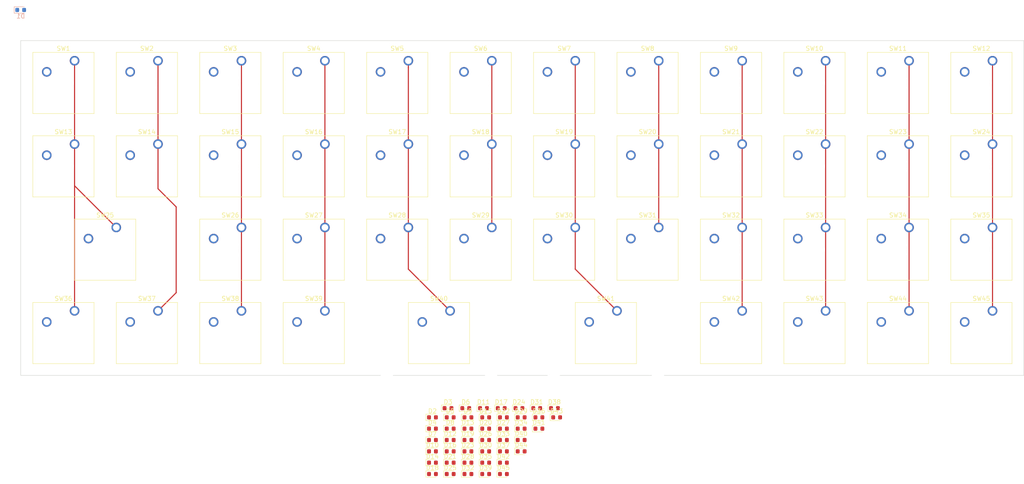
<source format=kicad_pcb>
(kicad_pcb (version 20171130) (host pcbnew "(5.1.5-0-10_14)")
  (layers (0 F.Cu signal) (31 B.Cu signal) (34 B.Paste user) (35 F.Paste user) (36 B.SilkS user) (37 F.SilkS user) (38 B.Mask user) (39 F.Mask user) (44 Edge.Cuts user))
  (net 0 "")
  (net 1 "Net-(D1-Pad2)")
  (net 2 c0)
  (net 3 "Net-(D2-Pad2)")
  (net 4 c1)
  (net 5 "Net-(D3-Pad2)")
  (net 6 c2)
  (net 7 "Net-(D4-Pad2)")
  (net 8 c3)
  (net 9 "Net-(D5-Pad2)")
  (net 10 c4)
  (net 11 "Net-(D6-Pad2)")
  (net 12 c5)
  (net 13 "Net-(D7-Pad2)")
  (net 14 c6)
  (net 15 "Net-(D8-Pad2)")
  (net 16 c7)
  (net 17 "Net-(D9-Pad2)")
  (net 18 c8)
  (net 19 "Net-(D10-Pad2)")
  (net 20 c9)
  (net 21 "Net-(D11-Pad2)")
  (net 22 c10)
  (net 23 "Net-(D12-Pad2)")
  (net 24 c11)
  (net 25 "Net-(D13-Pad2)")
  (net 26 "Net-(D14-Pad2)")
  (net 27 "Net-(D15-Pad2)")
  (net 28 "Net-(D16-Pad2)")
  (net 29 "Net-(D17-Pad2)")
  (net 30 "Net-(D18-Pad2)")
  (net 31 "Net-(D19-Pad2)")
  (net 32 "Net-(D20-Pad2)")
  (net 33 "Net-(D21-Pad2)")
  (net 34 "Net-(D22-Pad2)")
  (net 35 "Net-(D23-Pad2)")
  (net 36 "Net-(D24-Pad2)")
  (net 37 "Net-(D25-Pad2)")
  (net 38 "Net-(D26-Pad2)")
  (net 39 "Net-(D27-Pad2)")
  (net 40 "Net-(D28-Pad2)")
  (net 41 "Net-(D29-Pad2)")
  (net 42 "Net-(D30-Pad2)")
  (net 43 "Net-(D31-Pad2)")
  (net 44 "Net-(D32-Pad2)")
  (net 45 "Net-(D33-Pad2)")
  (net 46 "Net-(D34-Pad2)")
  (net 47 "Net-(D35-Pad2)")
  (net 48 "Net-(D36-Pad2)")
  (net 49 "Net-(D37-Pad2)")
  (net 50 "Net-(D38-Pad2)")
  (net 51 "Net-(D39-Pad2)")
  (net 52 "Net-(D40-Pad2)")
  (net 53 "Net-(D41-Pad2)")
  (net 54 "Net-(D42-Pad2)")
  (net 55 "Net-(D43-Pad2)")
  (net 56 "Net-(D44-Pad2)")
  (net 57 "Net-(D45-Pad2)")
  (net 58 r0)
  (net 59 r1)
  (net 60 r2)
  (net 61 r3)
  (module Diode_SMD:D_0603_1608Metric (layer F.Cu) (at 148.7 148.54)
    (fp_text reference D45 (at 0 -1.43) (layer F.SilkS))
    (fp_text value D_Small_ALT)
    (pad 2 smd roundrect (at 0.7875 0) (size 0.875 0.95) (layers F.Cu F.Paste F.Mask) (net 57 "Net-(D45-Pad2)"))
    (pad 1 smd roundrect (at -0.7875 0) (size 0.875 0.95) (layers F.Cu F.Paste F.Mask) (net 61 r3))
  )
  (module Diode_SMD:D_0603_1608Metric (layer F.Cu) (at 152.75 143.36)
    (fp_text reference D44 (at 0 -1.43) (layer F.SilkS))
    (fp_text value D_Small_ALT)
    (pad 2 smd roundrect (at 0.7875 0) (size 0.875 0.95) (layers F.Cu F.Paste F.Mask) (net 56 "Net-(D44-Pad2)"))
    (pad 1 smd roundrect (at -0.7875 0) (size 0.875 0.95) (layers F.Cu F.Paste F.Mask) (net 61 r3))
  )
  (module Diode_SMD:D_0603_1608Metric (layer F.Cu) (at 160.85 135.59)
    (fp_text reference D43 (at 0 -1.43) (layer F.SilkS))
    (fp_text value D_Small_ALT)
    (pad 2 smd roundrect (at 0.7875 0) (size 0.875 0.95) (layers F.Cu F.Paste F.Mask) (net 55 "Net-(D43-Pad2)"))
    (pad 1 smd roundrect (at -0.7875 0) (size 0.875 0.95) (layers F.Cu F.Paste F.Mask) (net 61 r3))
  )
  (module Diode_SMD:D_0603_1608Metric (layer F.Cu) (at 148.7 145.95)
    (fp_text reference D42 (at 0 -1.43) (layer F.SilkS))
    (fp_text value D_Small_ALT)
    (pad 2 smd roundrect (at 0.7875 0) (size 0.875 0.95) (layers F.Cu F.Paste F.Mask) (net 54 "Net-(D42-Pad2)"))
    (pad 1 smd roundrect (at -0.7875 0) (size 0.875 0.95) (layers F.Cu F.Paste F.Mask) (net 61 r3))
  )
  (module Diode_SMD:D_0603_1608Metric (layer F.Cu) (at 156.8 138.18)
    (fp_text reference D41 (at 0 -1.43) (layer F.SilkS))
    (fp_text value D_Small_ALT)
    (pad 2 smd roundrect (at 0.7875 0) (size 0.875 0.95) (layers F.Cu F.Paste F.Mask) (net 53 "Net-(D41-Pad2)"))
    (pad 1 smd roundrect (at -0.7875 0) (size 0.875 0.95) (layers F.Cu F.Paste F.Mask) (net 61 r3))
  )
  (module Diode_SMD:D_0603_1608Metric (layer F.Cu) (at 152.75 140.77)
    (fp_text reference D40 (at 0 -1.43) (layer F.SilkS))
    (fp_text value D_Small_ALT)
    (pad 2 smd roundrect (at 0.7875 0) (size 0.875 0.95) (layers F.Cu F.Paste F.Mask) (net 52 "Net-(D40-Pad2)"))
    (pad 1 smd roundrect (at -0.7875 0) (size 0.875 0.95) (layers F.Cu F.Paste F.Mask) (net 61 r3))
  )
  (module Diode_SMD:D_0603_1608Metric (layer F.Cu) (at 144.65 148.54)
    (fp_text reference D39 (at 0 -1.43) (layer F.SilkS))
    (fp_text value D_Small_ALT)
    (pad 2 smd roundrect (at 0.7875 0) (size 0.875 0.95) (layers F.Cu F.Paste F.Mask) (net 51 "Net-(D39-Pad2)"))
    (pad 1 smd roundrect (at -0.7875 0) (size 0.875 0.95) (layers F.Cu F.Paste F.Mask) (net 61 r3))
  )
  (module Diode_SMD:D_0603_1608Metric (layer F.Cu) (at 160.35 133.5)
    (fp_text reference D38 (at 0 -1.43) (layer F.SilkS))
    (fp_text value D_Small_ALT)
    (pad 2 smd roundrect (at 0.7875 0) (size 0.875 0.95) (layers F.Cu F.Paste F.Mask) (net 50 "Net-(D38-Pad2)"))
    (pad 1 smd roundrect (at -0.7875 0) (size 0.875 0.95) (layers F.Cu F.Paste F.Mask) (net 61 r3))
  )
  (module Diode_SMD:D_0603_1608Metric (layer F.Cu) (at 148.7 143.36)
    (fp_text reference D37 (at 0 -1.43) (layer F.SilkS))
    (fp_text value D_Small_ALT)
    (pad 2 smd roundrect (at 0.7875 0) (size 0.875 0.95) (layers F.Cu F.Paste F.Mask) (net 49 "Net-(D37-Pad2)"))
    (pad 1 smd roundrect (at -0.7875 0) (size 0.875 0.95) (layers F.Cu F.Paste F.Mask) (net 61 r3))
  )
  (module Diode_SMD:D_0603_1608Metric (layer F.Cu) (at 156.8 135.59)
    (fp_text reference D36 (at 0 -1.43) (layer F.SilkS))
    (fp_text value D_Small_ALT)
    (pad 2 smd roundrect (at 0.7875 0) (size 0.875 0.95) (layers F.Cu F.Paste F.Mask) (net 48 "Net-(D36-Pad2)"))
    (pad 1 smd roundrect (at -0.7875 0) (size 0.875 0.95) (layers F.Cu F.Paste F.Mask) (net 61 r3))
  )
  (module Diode_SMD:D_0603_1608Metric (layer F.Cu) (at 144.65 145.95)
    (fp_text reference D35 (at 0 -1.43) (layer F.SilkS))
    (fp_text value D_Small_ALT)
    (pad 2 smd roundrect (at 0.7875 0) (size 0.875 0.95) (layers F.Cu F.Paste F.Mask) (net 47 "Net-(D35-Pad2)"))
    (pad 1 smd roundrect (at -0.7875 0) (size 0.875 0.95) (layers F.Cu F.Paste F.Mask) (net 60 r2))
  )
  (module Diode_SMD:D_0603_1608Metric (layer F.Cu) (at 152.75 138.18)
    (fp_text reference D34 (at 0 -1.43) (layer F.SilkS))
    (fp_text value D_Small_ALT)
    (pad 2 smd roundrect (at 0.7875 0) (size 0.875 0.95) (layers F.Cu F.Paste F.Mask) (net 46 "Net-(D34-Pad2)"))
    (pad 1 smd roundrect (at -0.7875 0) (size 0.875 0.95) (layers F.Cu F.Paste F.Mask) (net 60 r2))
  )
  (module Diode_SMD:D_0603_1608Metric (layer F.Cu) (at 148.7 140.77)
    (fp_text reference D33 (at 0 -1.43) (layer F.SilkS))
    (fp_text value D_Small_ALT)
    (pad 2 smd roundrect (at 0.7875 0) (size 0.875 0.95) (layers F.Cu F.Paste F.Mask) (net 45 "Net-(D33-Pad2)"))
    (pad 1 smd roundrect (at -0.7875 0) (size 0.875 0.95) (layers F.Cu F.Paste F.Mask) (net 60 r2))
  )
  (module Diode_SMD:D_0603_1608Metric (layer F.Cu) (at 140.6 148.54)
    (fp_text reference D32 (at 0 -1.43) (layer F.SilkS))
    (fp_text value D_Small_ALT)
    (pad 2 smd roundrect (at 0.7875 0) (size 0.875 0.95) (layers F.Cu F.Paste F.Mask) (net 44 "Net-(D32-Pad2)"))
    (pad 1 smd roundrect (at -0.7875 0) (size 0.875 0.95) (layers F.Cu F.Paste F.Mask) (net 60 r2))
  )
  (module Diode_SMD:D_0603_1608Metric (layer F.Cu) (at 156.3 133.5)
    (fp_text reference D31 (at 0 -1.43) (layer F.SilkS))
    (fp_text value D_Small_ALT)
    (pad 2 smd roundrect (at 0.7875 0) (size 0.875 0.95) (layers F.Cu F.Paste F.Mask) (net 43 "Net-(D31-Pad2)"))
    (pad 1 smd roundrect (at -0.7875 0) (size 0.875 0.95) (layers F.Cu F.Paste F.Mask) (net 60 r2))
  )
  (module Diode_SMD:D_0603_1608Metric (layer F.Cu) (at 144.65 143.36)
    (fp_text reference D30 (at 0 -1.43) (layer F.SilkS))
    (fp_text value D_Small_ALT)
    (pad 2 smd roundrect (at 0.7875 0) (size 0.875 0.95) (layers F.Cu F.Paste F.Mask) (net 42 "Net-(D30-Pad2)"))
    (pad 1 smd roundrect (at -0.7875 0) (size 0.875 0.95) (layers F.Cu F.Paste F.Mask) (net 60 r2))
  )
  (module Diode_SMD:D_0603_1608Metric (layer F.Cu) (at 152.75 135.59)
    (fp_text reference D29 (at 0 -1.43) (layer F.SilkS))
    (fp_text value D_Small_ALT)
    (pad 2 smd roundrect (at 0.7875 0) (size 0.875 0.95) (layers F.Cu F.Paste F.Mask) (net 41 "Net-(D29-Pad2)"))
    (pad 1 smd roundrect (at -0.7875 0) (size 0.875 0.95) (layers F.Cu F.Paste F.Mask) (net 60 r2))
  )
  (module Diode_SMD:D_0603_1608Metric (layer F.Cu) (at 140.6 145.95)
    (fp_text reference D28 (at 0 -1.43) (layer F.SilkS))
    (fp_text value D_Small_ALT)
    (pad 2 smd roundrect (at 0.7875 0) (size 0.875 0.95) (layers F.Cu F.Paste F.Mask) (net 40 "Net-(D28-Pad2)"))
    (pad 1 smd roundrect (at -0.7875 0) (size 0.875 0.95) (layers F.Cu F.Paste F.Mask) (net 60 r2))
  )
  (module Diode_SMD:D_0603_1608Metric (layer F.Cu) (at 148.7 138.18)
    (fp_text reference D27 (at 0 -1.43) (layer F.SilkS))
    (fp_text value D_Small_ALT)
    (pad 2 smd roundrect (at 0.7875 0) (size 0.875 0.95) (layers F.Cu F.Paste F.Mask) (net 39 "Net-(D27-Pad2)"))
    (pad 1 smd roundrect (at -0.7875 0) (size 0.875 0.95) (layers F.Cu F.Paste F.Mask) (net 60 r2))
  )
  (module Diode_SMD:D_0603_1608Metric (layer F.Cu) (at 144.65 140.77)
    (fp_text reference D26 (at 0 -1.43) (layer F.SilkS))
    (fp_text value D_Small_ALT)
    (pad 2 smd roundrect (at 0.7875 0) (size 0.875 0.95) (layers F.Cu F.Paste F.Mask) (net 38 "Net-(D26-Pad2)"))
    (pad 1 smd roundrect (at -0.7875 0) (size 0.875 0.95) (layers F.Cu F.Paste F.Mask) (net 60 r2))
  )
  (module Diode_SMD:D_0603_1608Metric (layer F.Cu) (at 136.55 148.54)
    (fp_text reference D25 (at 0 -1.43) (layer F.SilkS))
    (fp_text value D_Small_ALT)
    (pad 2 smd roundrect (at 0.7875 0) (size 0.875 0.95) (layers F.Cu F.Paste F.Mask) (net 37 "Net-(D25-Pad2)"))
    (pad 1 smd roundrect (at -0.7875 0) (size 0.875 0.95) (layers F.Cu F.Paste F.Mask) (net 60 r2))
  )
  (module Diode_SMD:D_0603_1608Metric (layer F.Cu) (at 152.25 133.5)
    (fp_text reference D24 (at 0 -1.43) (layer F.SilkS))
    (fp_text value D_Small_ALT)
    (pad 2 smd roundrect (at 0.7875 0) (size 0.875 0.95) (layers F.Cu F.Paste F.Mask) (net 36 "Net-(D24-Pad2)"))
    (pad 1 smd roundrect (at -0.7875 0) (size 0.875 0.95) (layers F.Cu F.Paste F.Mask) (net 59 r1))
  )
  (module Diode_SMD:D_0603_1608Metric (layer F.Cu) (at 140.6 143.36)
    (fp_text reference D23 (at 0 -1.43) (layer F.SilkS))
    (fp_text value D_Small_ALT)
    (pad 2 smd roundrect (at 0.7875 0) (size 0.875 0.95) (layers F.Cu F.Paste F.Mask) (net 35 "Net-(D23-Pad2)"))
    (pad 1 smd roundrect (at -0.7875 0) (size 0.875 0.95) (layers F.Cu F.Paste F.Mask) (net 59 r1))
  )
  (module Diode_SMD:D_0603_1608Metric (layer F.Cu) (at 148.7 135.59)
    (fp_text reference D22 (at 0 -1.43) (layer F.SilkS))
    (fp_text value D_Small_ALT)
    (pad 2 smd roundrect (at 0.7875 0) (size 0.875 0.95) (layers F.Cu F.Paste F.Mask) (net 34 "Net-(D22-Pad2)"))
    (pad 1 smd roundrect (at -0.7875 0) (size 0.875 0.95) (layers F.Cu F.Paste F.Mask) (net 59 r1))
  )
  (module Diode_SMD:D_0603_1608Metric (layer F.Cu) (at 136.55 145.95)
    (fp_text reference D21 (at 0 -1.43) (layer F.SilkS))
    (fp_text value D_Small_ALT)
    (pad 2 smd roundrect (at 0.7875 0) (size 0.875 0.95) (layers F.Cu F.Paste F.Mask) (net 33 "Net-(D21-Pad2)"))
    (pad 1 smd roundrect (at -0.7875 0) (size 0.875 0.95) (layers F.Cu F.Paste F.Mask) (net 59 r1))
  )
  (module Diode_SMD:D_0603_1608Metric (layer F.Cu) (at 144.65 138.18)
    (fp_text reference D20 (at 0 -1.43) (layer F.SilkS))
    (fp_text value D_Small_ALT)
    (pad 2 smd roundrect (at 0.7875 0) (size 0.875 0.95) (layers F.Cu F.Paste F.Mask) (net 32 "Net-(D20-Pad2)"))
    (pad 1 smd roundrect (at -0.7875 0) (size 0.875 0.95) (layers F.Cu F.Paste F.Mask) (net 59 r1))
  )
  (module Diode_SMD:D_0603_1608Metric (layer F.Cu) (at 140.6 140.77)
    (fp_text reference D19 (at 0 -1.43) (layer F.SilkS))
    (fp_text value D_Small_ALT)
    (pad 2 smd roundrect (at 0.7875 0) (size 0.875 0.95) (layers F.Cu F.Paste F.Mask) (net 31 "Net-(D19-Pad2)"))
    (pad 1 smd roundrect (at -0.7875 0) (size 0.875 0.95) (layers F.Cu F.Paste F.Mask) (net 59 r1))
  )
  (module Diode_SMD:D_0603_1608Metric (layer F.Cu) (at 132.5 148.54)
    (fp_text reference D18 (at 0 -1.43) (layer F.SilkS))
    (fp_text value D_Small_ALT)
    (pad 2 smd roundrect (at 0.7875 0) (size 0.875 0.95) (layers F.Cu F.Paste F.Mask) (net 30 "Net-(D18-Pad2)"))
    (pad 1 smd roundrect (at -0.7875 0) (size 0.875 0.95) (layers F.Cu F.Paste F.Mask) (net 59 r1))
  )
  (module Diode_SMD:D_0603_1608Metric (layer F.Cu) (at 148.2 133.5)
    (fp_text reference D17 (at 0 -1.43) (layer F.SilkS))
    (fp_text value D_Small_ALT)
    (pad 2 smd roundrect (at 0.7875 0) (size 0.875 0.95) (layers F.Cu F.Paste F.Mask) (net 29 "Net-(D17-Pad2)"))
    (pad 1 smd roundrect (at -0.7875 0) (size 0.875 0.95) (layers F.Cu F.Paste F.Mask) (net 59 r1))
  )
  (module Diode_SMD:D_0603_1608Metric (layer F.Cu) (at 136.55 143.36)
    (fp_text reference D16 (at 0 -1.43) (layer F.SilkS))
    (fp_text value D_Small_ALT)
    (pad 2 smd roundrect (at 0.7875 0) (size 0.875 0.95) (layers F.Cu F.Paste F.Mask) (net 28 "Net-(D16-Pad2)"))
    (pad 1 smd roundrect (at -0.7875 0) (size 0.875 0.95) (layers F.Cu F.Paste F.Mask) (net 59 r1))
  )
  (module Diode_SMD:D_0603_1608Metric (layer F.Cu) (at 144.65 135.59)
    (fp_text reference D15 (at 0 -1.43) (layer F.SilkS))
    (fp_text value D_Small_ALT)
    (pad 2 smd roundrect (at 0.7875 0) (size 0.875 0.95) (layers F.Cu F.Paste F.Mask) (net 27 "Net-(D15-Pad2)"))
    (pad 1 smd roundrect (at -0.7875 0) (size 0.875 0.95) (layers F.Cu F.Paste F.Mask) (net 59 r1))
  )
  (module Diode_SMD:D_0603_1608Metric (layer F.Cu) (at 132.5 145.95)
    (fp_text reference D14 (at 0 -1.43) (layer F.SilkS))
    (fp_text value D_Small_ALT)
    (pad 2 smd roundrect (at 0.7875 0) (size 0.875 0.95) (layers F.Cu F.Paste F.Mask) (net 26 "Net-(D14-Pad2)"))
    (pad 1 smd roundrect (at -0.7875 0) (size 0.875 0.95) (layers F.Cu F.Paste F.Mask) (net 59 r1))
  )
  (module Diode_SMD:D_0603_1608Metric (layer F.Cu) (at 140.6 138.18)
    (fp_text reference D13 (at 0 -1.43) (layer F.SilkS))
    (fp_text value D_Small_ALT)
    (pad 2 smd roundrect (at 0.7875 0) (size 0.875 0.95) (layers F.Cu F.Paste F.Mask) (net 25 "Net-(D13-Pad2)"))
    (pad 1 smd roundrect (at -0.7875 0) (size 0.875 0.95) (layers F.Cu F.Paste F.Mask) (net 59 r1))
  )
  (module Diode_SMD:D_0603_1608Metric (layer F.Cu) (at 136.55 140.77)
    (fp_text reference D12 (at 0 -1.43) (layer F.SilkS))
    (fp_text value D_Small_ALT)
    (pad 2 smd roundrect (at 0.7875 0) (size 0.875 0.95) (layers F.Cu F.Paste F.Mask) (net 23 "Net-(D12-Pad2)"))
    (pad 1 smd roundrect (at -0.7875 0) (size 0.875 0.95) (layers F.Cu F.Paste F.Mask) (net 58 r0))
  )
  (module Diode_SMD:D_0603_1608Metric (layer F.Cu) (at 144.15 133.5)
    (fp_text reference D11 (at 0 -1.43) (layer F.SilkS))
    (fp_text value D_Small_ALT)
    (pad 2 smd roundrect (at 0.7875 0) (size 0.875 0.95) (layers F.Cu F.Paste F.Mask) (net 21 "Net-(D11-Pad2)"))
    (pad 1 smd roundrect (at -0.7875 0) (size 0.875 0.95) (layers F.Cu F.Paste F.Mask) (net 58 r0))
  )
  (module Diode_SMD:D_0603_1608Metric (layer F.Cu) (at 132.5 143.36)
    (fp_text reference D10 (at 0 -1.43) (layer F.SilkS))
    (fp_text value D_Small_ALT)
    (pad 2 smd roundrect (at 0.7875 0) (size 0.875 0.95) (layers F.Cu F.Paste F.Mask) (net 19 "Net-(D10-Pad2)"))
    (pad 1 smd roundrect (at -0.7875 0) (size 0.875 0.95) (layers F.Cu F.Paste F.Mask) (net 58 r0))
  )
  (module Diode_SMD:D_0603_1608Metric (layer F.Cu) (at 140.6 135.59)
    (fp_text reference D9 (at 0 -1.43) (layer F.SilkS))
    (fp_text value D_Small_ALT)
    (pad 2 smd roundrect (at 0.7875 0) (size 0.875 0.95) (layers F.Cu F.Paste F.Mask) (net 17 "Net-(D9-Pad2)"))
    (pad 1 smd roundrect (at -0.7875 0) (size 0.875 0.95) (layers F.Cu F.Paste F.Mask) (net 58 r0))
  )
  (module Diode_SMD:D_0603_1608Metric (layer F.Cu) (at 136.55 138.18)
    (fp_text reference D8 (at 0 -1.43) (layer F.SilkS))
    (fp_text value D_Small_ALT)
    (pad 2 smd roundrect (at 0.7875 0) (size 0.875 0.95) (layers F.Cu F.Paste F.Mask) (net 15 "Net-(D8-Pad2)"))
    (pad 1 smd roundrect (at -0.7875 0) (size 0.875 0.95) (layers F.Cu F.Paste F.Mask) (net 58 r0))
  )
  (module Diode_SMD:D_0603_1608Metric (layer F.Cu) (at 132.5 140.77)
    (fp_text reference D7 (at 0 -1.43) (layer F.SilkS))
    (fp_text value D_Small_ALT)
    (pad 2 smd roundrect (at 0.7875 0) (size 0.875 0.95) (layers F.Cu F.Paste F.Mask) (net 13 "Net-(D7-Pad2)"))
    (pad 1 smd roundrect (at -0.7875 0) (size 0.875 0.95) (layers F.Cu F.Paste F.Mask) (net 58 r0))
  )
  (module Diode_SMD:D_0603_1608Metric (layer F.Cu) (at 140.1 133.5)
    (fp_text reference D6 (at 0 -1.43) (layer F.SilkS))
    (fp_text value D_Small_ALT)
    (pad 2 smd roundrect (at 0.7875 0) (size 0.875 0.95) (layers F.Cu F.Paste F.Mask) (net 11 "Net-(D6-Pad2)"))
    (pad 1 smd roundrect (at -0.7875 0) (size 0.875 0.95) (layers F.Cu F.Paste F.Mask) (net 58 r0))
  )
  (module Diode_SMD:D_0603_1608Metric (layer F.Cu) (at 136.55 135.59)
    (fp_text reference D5 (at 0 -1.43) (layer F.SilkS))
    (fp_text value D_Small_ALT)
    (pad 2 smd roundrect (at 0.7875 0) (size 0.875 0.95) (layers F.Cu F.Paste F.Mask) (net 9 "Net-(D5-Pad2)"))
    (pad 1 smd roundrect (at -0.7875 0) (size 0.875 0.95) (layers F.Cu F.Paste F.Mask) (net 58 r0))
  )
  (module Diode_SMD:D_0603_1608Metric (layer F.Cu) (at 132.5 138.18)
    (fp_text reference D4 (at 0 -1.43) (layer F.SilkS))
    (fp_text value D_Small_ALT)
    (pad 2 smd roundrect (at 0.7875 0) (size 0.875 0.95) (layers F.Cu F.Paste F.Mask) (net 7 "Net-(D4-Pad2)"))
    (pad 1 smd roundrect (at -0.7875 0) (size 0.875 0.95) (layers F.Cu F.Paste F.Mask) (net 58 r0))
  )
  (module Diode_SMD:D_0603_1608Metric (layer F.Cu) (at 136.05 133.5)
    (fp_text reference D3 (at 0 -1.43) (layer F.SilkS))
    (fp_text value D_Small_ALT)
    (pad 2 smd roundrect (at 0.7875 0) (size 0.875 0.95) (layers F.Cu F.Paste F.Mask) (net 5 "Net-(D3-Pad2)"))
    (pad 1 smd roundrect (at -0.7875 0) (size 0.875 0.95) (layers F.Cu F.Paste F.Mask) (net 58 r0))
  )
  (module Diode_SMD:D_0603_1608Metric (layer F.Cu) (at 132.5 135.59)
    (fp_text reference D2 (at 0 -1.43) (layer F.SilkS))
    (fp_text value D_Small_ALT)
    (pad 2 smd roundrect (at 0.7875 0) (size 0.875 0.95) (layers F.Cu F.Paste F.Mask) (net 3 "Net-(D2-Pad2)"))
    (pad 1 smd roundrect (at -0.7875 0) (size 0.875 0.95) (layers F.Cu F.Paste F.Mask) (net 58 r0))
  )
  (module Diode_SMD:D_0603_1608Metric (layer B.Cu) (at 38.5 42.5)
    (fp_text reference D1 (at 0 1.43) (layer B.SilkS) (effects (justify mirror)))
    (fp_text value D_Small_ALT)
    (pad 2 smd roundrect (at 0.7875 0) (size 0.875 0.95) (layers B.Cu B.Paste B.Mask) (net 1 "Net-(D1-Pad2)"))
    (pad 1 smd roundrect (at -0.7875 0) (size 0.875 0.95) (layers B.Cu B.Paste B.Mask) (net 58 r0))
  )
  (module CherryMX:SW_Cherry_MX_1.00u_PCB (layer F.Cu) (at 50.8 54.102)
    (fp_text reference SW1 (at -2.54 -2.794) (layer F.SilkS))
    (fp_text value SW_Push)
    (pad "" np_thru_hole circle (at 2.54 5.08) (size 1.7 1.7) (drill 1.7) (layers *.Cu *.Mask))
    (pad "" np_thru_hole circle (at -7.62 5.08) (size 1.7 1.7) (drill 1.7) (layers *.Cu *.Mask))
    (pad "" np_thru_hole circle (at -2.54 5.08) (size 4 4) (drill 4) (layers *.Cu *.Mask))
    (pad 2 thru_hole circle (at -6.35 2.54) (size 2.2 2.2) (drill 1.5) (layers *.Cu *.Mask) (net 1 "Net-(D1-Pad2)"))
    (pad 1 thru_hole circle (at 0 0) (size 2.2 2.2) (drill 1.5) (layers *.Cu *.Mask) (net 2 c0))
  )
  (module CherryMX:SW_Cherry_MX_1.00u_PCB (layer F.Cu) (at 260.35 111.252)
    (fp_text reference SW45 (at -2.54 -2.794) (layer F.SilkS))
    (fp_text value SW_Push)
    (pad "" np_thru_hole circle (at 2.54 5.08) (size 1.7 1.7) (drill 1.7) (layers *.Cu *.Mask))
    (pad "" np_thru_hole circle (at -7.62 5.08) (size 1.7 1.7) (drill 1.7) (layers *.Cu *.Mask))
    (pad "" np_thru_hole circle (at -2.54 5.08) (size 4 4) (drill 4) (layers *.Cu *.Mask))
    (pad 2 thru_hole circle (at -6.35 2.54) (size 2.2 2.2) (drill 1.5) (layers *.Cu *.Mask) (net 57 "Net-(D45-Pad2)"))
    (pad 1 thru_hole circle (at 0 0) (size 2.2 2.2) (drill 1.5) (layers *.Cu *.Mask) (net 24 c11))
  )
  (module CherryMX:SW_Cherry_MX_1.00u_PCB (layer F.Cu) (at 241.3 111.252)
    (fp_text reference SW44 (at -2.54 -2.794) (layer F.SilkS))
    (fp_text value SW_Push)
    (pad "" np_thru_hole circle (at 2.54 5.08) (size 1.7 1.7) (drill 1.7) (layers *.Cu *.Mask))
    (pad "" np_thru_hole circle (at -7.62 5.08) (size 1.7 1.7) (drill 1.7) (layers *.Cu *.Mask))
    (pad "" np_thru_hole circle (at -2.54 5.08) (size 4 4) (drill 4) (layers *.Cu *.Mask))
    (pad 2 thru_hole circle (at -6.35 2.54) (size 2.2 2.2) (drill 1.5) (layers *.Cu *.Mask) (net 56 "Net-(D44-Pad2)"))
    (pad 1 thru_hole circle (at 0 0) (size 2.2 2.2) (drill 1.5) (layers *.Cu *.Mask) (net 22 c10))
  )
  (module CherryMX:SW_Cherry_MX_1.00u_PCB (layer F.Cu) (at 222.25 111.252)
    (fp_text reference SW43 (at -2.54 -2.794) (layer F.SilkS))
    (fp_text value SW_Push)
    (pad "" np_thru_hole circle (at 2.54 5.08) (size 1.7 1.7) (drill 1.7) (layers *.Cu *.Mask))
    (pad "" np_thru_hole circle (at -7.62 5.08) (size 1.7 1.7) (drill 1.7) (layers *.Cu *.Mask))
    (pad "" np_thru_hole circle (at -2.54 5.08) (size 4 4) (drill 4) (layers *.Cu *.Mask))
    (pad 2 thru_hole circle (at -6.35 2.54) (size 2.2 2.2) (drill 1.5) (layers *.Cu *.Mask) (net 55 "Net-(D43-Pad2)"))
    (pad 1 thru_hole circle (at 0 0) (size 2.2 2.2) (drill 1.5) (layers *.Cu *.Mask) (net 20 c9))
  )
  (module CherryMX:SW_Cherry_MX_1.00u_PCB (layer F.Cu) (at 203.2 111.252)
    (fp_text reference SW42 (at -2.54 -2.794) (layer F.SilkS))
    (fp_text value SW_Push)
    (pad "" np_thru_hole circle (at 2.54 5.08) (size 1.7 1.7) (drill 1.7) (layers *.Cu *.Mask))
    (pad "" np_thru_hole circle (at -7.62 5.08) (size 1.7 1.7) (drill 1.7) (layers *.Cu *.Mask))
    (pad "" np_thru_hole circle (at -2.54 5.08) (size 4 4) (drill 4) (layers *.Cu *.Mask))
    (pad 2 thru_hole circle (at -6.35 2.54) (size 2.2 2.2) (drill 1.5) (layers *.Cu *.Mask) (net 54 "Net-(D42-Pad2)"))
    (pad 1 thru_hole circle (at 0 0) (size 2.2 2.2) (drill 1.5) (layers *.Cu *.Mask) (net 18 c8))
  )
  (module CherryMX:SW_Cherry_MX_2.00u_PCB (layer F.Cu) (at 174.625 111.252)
    (fp_text reference SW41 (at -2.54 -2.794) (layer F.SilkS))
    (fp_text value SW_Push)
    (pad "" np_thru_hole circle (at 9.36 -1.92) (size 3.05 3.05) (drill 3.05) (layers *.Cu *.Mask))
    (pad "" np_thru_hole circle (at -14.44 -1.92) (size 3.05 3.05) (drill 3.05) (layers *.Cu *.Mask))
    (pad "" np_thru_hole circle (at -14.44 13.32) (size 4 4) (drill 4) (layers *.Cu *.Mask))
    (pad "" np_thru_hole circle (at 9.36 13.32) (size 4 4) (drill 4) (layers *.Cu *.Mask))
    (pad "" np_thru_hole circle (at 2.54 5.08) (size 1.7 1.7) (drill 1.7) (layers *.Cu *.Mask))
    (pad "" np_thru_hole circle (at -7.62 5.08) (size 1.7 1.7) (drill 1.7) (layers *.Cu *.Mask))
    (pad "" np_thru_hole circle (at -2.54 5.08) (size 4 4) (drill 4) (layers *.Cu *.Mask))
    (pad 2 thru_hole circle (at -6.35 2.54) (size 2.2 2.2) (drill 1.5) (layers *.Cu *.Mask) (net 53 "Net-(D41-Pad2)"))
    (pad 1 thru_hole circle (at 0 0) (size 2.2 2.2) (drill 1.5) (layers *.Cu *.Mask) (net 14 c6))
  )
  (module CherryMX:SW_Cherry_MX_2.00u_PCB (layer F.Cu) (at 136.525 111.252)
    (fp_text reference SW40 (at -2.54 -2.794) (layer F.SilkS))
    (fp_text value SW_Push)
    (pad "" np_thru_hole circle (at 9.36 -1.92) (size 3.05 3.05) (drill 3.05) (layers *.Cu *.Mask))
    (pad "" np_thru_hole circle (at -14.44 -1.92) (size 3.05 3.05) (drill 3.05) (layers *.Cu *.Mask))
    (pad "" np_thru_hole circle (at -14.44 13.32) (size 4 4) (drill 4) (layers *.Cu *.Mask))
    (pad "" np_thru_hole circle (at 9.36 13.32) (size 4 4) (drill 4) (layers *.Cu *.Mask))
    (pad "" np_thru_hole circle (at 2.54 5.08) (size 1.7 1.7) (drill 1.7) (layers *.Cu *.Mask))
    (pad "" np_thru_hole circle (at -7.62 5.08) (size 1.7 1.7) (drill 1.7) (layers *.Cu *.Mask))
    (pad "" np_thru_hole circle (at -2.54 5.08) (size 4 4) (drill 4) (layers *.Cu *.Mask))
    (pad 2 thru_hole circle (at -6.35 2.54) (size 2.2 2.2) (drill 1.5) (layers *.Cu *.Mask) (net 52 "Net-(D40-Pad2)"))
    (pad 1 thru_hole circle (at 0 0) (size 2.2 2.2) (drill 1.5) (layers *.Cu *.Mask) (net 10 c4))
  )
  (module CherryMX:SW_Cherry_MX_1.00u_PCB (layer F.Cu) (at 107.95 111.252)
    (fp_text reference SW39 (at -2.54 -2.794) (layer F.SilkS))
    (fp_text value SW_Push)
    (pad "" np_thru_hole circle (at 2.54 5.08) (size 1.7 1.7) (drill 1.7) (layers *.Cu *.Mask))
    (pad "" np_thru_hole circle (at -7.62 5.08) (size 1.7 1.7) (drill 1.7) (layers *.Cu *.Mask))
    (pad "" np_thru_hole circle (at -2.54 5.08) (size 4 4) (drill 4) (layers *.Cu *.Mask))
    (pad 2 thru_hole circle (at -6.35 2.54) (size 2.2 2.2) (drill 1.5) (layers *.Cu *.Mask) (net 51 "Net-(D39-Pad2)"))
    (pad 1 thru_hole circle (at 0 0) (size 2.2 2.2) (drill 1.5) (layers *.Cu *.Mask) (net 8 c3))
  )
  (module CherryMX:SW_Cherry_MX_1.00u_PCB (layer F.Cu) (at 88.9 111.252)
    (fp_text reference SW38 (at -2.54 -2.794) (layer F.SilkS))
    (fp_text value SW_Push)
    (pad "" np_thru_hole circle (at 2.54 5.08) (size 1.7 1.7) (drill 1.7) (layers *.Cu *.Mask))
    (pad "" np_thru_hole circle (at -7.62 5.08) (size 1.7 1.7) (drill 1.7) (layers *.Cu *.Mask))
    (pad "" np_thru_hole circle (at -2.54 5.08) (size 4 4) (drill 4) (layers *.Cu *.Mask))
    (pad 2 thru_hole circle (at -6.35 2.54) (size 2.2 2.2) (drill 1.5) (layers *.Cu *.Mask) (net 50 "Net-(D38-Pad2)"))
    (pad 1 thru_hole circle (at 0 0) (size 2.2 2.2) (drill 1.5) (layers *.Cu *.Mask) (net 6 c2))
  )
  (module CherryMX:SW_Cherry_MX_1.00u_PCB (layer F.Cu) (at 69.85 111.252)
    (fp_text reference SW37 (at -2.54 -2.794) (layer F.SilkS))
    (fp_text value SW_Push)
    (pad "" np_thru_hole circle (at 2.54 5.08) (size 1.7 1.7) (drill 1.7) (layers *.Cu *.Mask))
    (pad "" np_thru_hole circle (at -7.62 5.08) (size 1.7 1.7) (drill 1.7) (layers *.Cu *.Mask))
    (pad "" np_thru_hole circle (at -2.54 5.08) (size 4 4) (drill 4) (layers *.Cu *.Mask))
    (pad 2 thru_hole circle (at -6.35 2.54) (size 2.2 2.2) (drill 1.5) (layers *.Cu *.Mask) (net 49 "Net-(D37-Pad2)"))
    (pad 1 thru_hole circle (at 0 0) (size 2.2 2.2) (drill 1.5) (layers *.Cu *.Mask) (net 4 c1))
  )
  (module CherryMX:SW_Cherry_MX_1.00u_PCB (layer F.Cu) (at 50.8 111.252)
    (fp_text reference SW36 (at -2.54 -2.794) (layer F.SilkS))
    (fp_text value SW_Push)
    (pad "" np_thru_hole circle (at 2.54 5.08) (size 1.7 1.7) (drill 1.7) (layers *.Cu *.Mask))
    (pad "" np_thru_hole circle (at -7.62 5.08) (size 1.7 1.7) (drill 1.7) (layers *.Cu *.Mask))
    (pad "" np_thru_hole circle (at -2.54 5.08) (size 4 4) (drill 4) (layers *.Cu *.Mask))
    (pad 2 thru_hole circle (at -6.35 2.54) (size 2.2 2.2) (drill 1.5) (layers *.Cu *.Mask) (net 48 "Net-(D36-Pad2)"))
    (pad 1 thru_hole circle (at 0 0) (size 2.2 2.2) (drill 1.5) (layers *.Cu *.Mask) (net 2 c0))
  )
  (module CherryMX:SW_Cherry_MX_1.00u_PCB (layer F.Cu) (at 260.35 92.202)
    (fp_text reference SW35 (at -2.54 -2.794) (layer F.SilkS))
    (fp_text value SW_Push)
    (pad "" np_thru_hole circle (at 2.54 5.08) (size 1.7 1.7) (drill 1.7) (layers *.Cu *.Mask))
    (pad "" np_thru_hole circle (at -7.62 5.08) (size 1.7 1.7) (drill 1.7) (layers *.Cu *.Mask))
    (pad "" np_thru_hole circle (at -2.54 5.08) (size 4 4) (drill 4) (layers *.Cu *.Mask))
    (pad 2 thru_hole circle (at -6.35 2.54) (size 2.2 2.2) (drill 1.5) (layers *.Cu *.Mask) (net 47 "Net-(D35-Pad2)"))
    (pad 1 thru_hole circle (at 0 0) (size 2.2 2.2) (drill 1.5) (layers *.Cu *.Mask) (net 24 c11))
  )
  (module CherryMX:SW_Cherry_MX_1.00u_PCB (layer F.Cu) (at 241.3 92.202)
    (fp_text reference SW34 (at -2.54 -2.794) (layer F.SilkS))
    (fp_text value SW_Push)
    (pad "" np_thru_hole circle (at 2.54 5.08) (size 1.7 1.7) (drill 1.7) (layers *.Cu *.Mask))
    (pad "" np_thru_hole circle (at -7.62 5.08) (size 1.7 1.7) (drill 1.7) (layers *.Cu *.Mask))
    (pad "" np_thru_hole circle (at -2.54 5.08) (size 4 4) (drill 4) (layers *.Cu *.Mask))
    (pad 2 thru_hole circle (at -6.35 2.54) (size 2.2 2.2) (drill 1.5) (layers *.Cu *.Mask) (net 46 "Net-(D34-Pad2)"))
    (pad 1 thru_hole circle (at 0 0) (size 2.2 2.2) (drill 1.5) (layers *.Cu *.Mask) (net 22 c10))
  )
  (module CherryMX:SW_Cherry_MX_1.00u_PCB (layer F.Cu) (at 222.25 92.202)
    (fp_text reference SW33 (at -2.54 -2.794) (layer F.SilkS))
    (fp_text value SW_Push)
    (pad "" np_thru_hole circle (at 2.54 5.08) (size 1.7 1.7) (drill 1.7) (layers *.Cu *.Mask))
    (pad "" np_thru_hole circle (at -7.62 5.08) (size 1.7 1.7) (drill 1.7) (layers *.Cu *.Mask))
    (pad "" np_thru_hole circle (at -2.54 5.08) (size 4 4) (drill 4) (layers *.Cu *.Mask))
    (pad 2 thru_hole circle (at -6.35 2.54) (size 2.2 2.2) (drill 1.5) (layers *.Cu *.Mask) (net 45 "Net-(D33-Pad2)"))
    (pad 1 thru_hole circle (at 0 0) (size 2.2 2.2) (drill 1.5) (layers *.Cu *.Mask) (net 20 c9))
  )
  (module CherryMX:SW_Cherry_MX_1.00u_PCB (layer F.Cu) (at 203.2 92.202)
    (fp_text reference SW32 (at -2.54 -2.794) (layer F.SilkS))
    (fp_text value SW_Push)
    (pad "" np_thru_hole circle (at 2.54 5.08) (size 1.7 1.7) (drill 1.7) (layers *.Cu *.Mask))
    (pad "" np_thru_hole circle (at -7.62 5.08) (size 1.7 1.7) (drill 1.7) (layers *.Cu *.Mask))
    (pad "" np_thru_hole circle (at -2.54 5.08) (size 4 4) (drill 4) (layers *.Cu *.Mask))
    (pad 2 thru_hole circle (at -6.35 2.54) (size 2.2 2.2) (drill 1.5) (layers *.Cu *.Mask) (net 44 "Net-(D32-Pad2)"))
    (pad 1 thru_hole circle (at 0 0) (size 2.2 2.2) (drill 1.5) (layers *.Cu *.Mask) (net 18 c8))
  )
  (module CherryMX:SW_Cherry_MX_1.00u_PCB (layer F.Cu) (at 184.15 92.202)
    (fp_text reference SW31 (at -2.54 -2.794) (layer F.SilkS))
    (fp_text value SW_Push)
    (pad "" np_thru_hole circle (at 2.54 5.08) (size 1.7 1.7) (drill 1.7) (layers *.Cu *.Mask))
    (pad "" np_thru_hole circle (at -7.62 5.08) (size 1.7 1.7) (drill 1.7) (layers *.Cu *.Mask))
    (pad "" np_thru_hole circle (at -2.54 5.08) (size 4 4) (drill 4) (layers *.Cu *.Mask))
    (pad 2 thru_hole circle (at -6.35 2.54) (size 2.2 2.2) (drill 1.5) (layers *.Cu *.Mask) (net 43 "Net-(D31-Pad2)"))
    (pad 1 thru_hole circle (at 0 0) (size 2.2 2.2) (drill 1.5) (layers *.Cu *.Mask) (net 16 c7))
  )
  (module CherryMX:SW_Cherry_MX_1.00u_PCB (layer F.Cu) (at 165.1 92.202)
    (fp_text reference SW30 (at -2.54 -2.794) (layer F.SilkS))
    (fp_text value SW_Push)
    (pad "" np_thru_hole circle (at 2.54 5.08) (size 1.7 1.7) (drill 1.7) (layers *.Cu *.Mask))
    (pad "" np_thru_hole circle (at -7.62 5.08) (size 1.7 1.7) (drill 1.7) (layers *.Cu *.Mask))
    (pad "" np_thru_hole circle (at -2.54 5.08) (size 4 4) (drill 4) (layers *.Cu *.Mask))
    (pad 2 thru_hole circle (at -6.35 2.54) (size 2.2 2.2) (drill 1.5) (layers *.Cu *.Mask) (net 42 "Net-(D30-Pad2)"))
    (pad 1 thru_hole circle (at 0 0) (size 2.2 2.2) (drill 1.5) (layers *.Cu *.Mask) (net 14 c6))
  )
  (module CherryMX:SW_Cherry_MX_1.00u_PCB (layer F.Cu) (at 146.05 92.202)
    (fp_text reference SW29 (at -2.54 -2.794) (layer F.SilkS))
    (fp_text value SW_Push)
    (pad "" np_thru_hole circle (at 2.54 5.08) (size 1.7 1.7) (drill 1.7) (layers *.Cu *.Mask))
    (pad "" np_thru_hole circle (at -7.62 5.08) (size 1.7 1.7) (drill 1.7) (layers *.Cu *.Mask))
    (pad "" np_thru_hole circle (at -2.54 5.08) (size 4 4) (drill 4) (layers *.Cu *.Mask))
    (pad 2 thru_hole circle (at -6.35 2.54) (size 2.2 2.2) (drill 1.5) (layers *.Cu *.Mask) (net 41 "Net-(D29-Pad2)"))
    (pad 1 thru_hole circle (at 0 0) (size 2.2 2.2) (drill 1.5) (layers *.Cu *.Mask) (net 12 c5))
  )
  (module CherryMX:SW_Cherry_MX_1.00u_PCB (layer F.Cu) (at 127 92.202)
    (fp_text reference SW28 (at -2.54 -2.794) (layer F.SilkS))
    (fp_text value SW_Push)
    (pad "" np_thru_hole circle (at 2.54 5.08) (size 1.7 1.7) (drill 1.7) (layers *.Cu *.Mask))
    (pad "" np_thru_hole circle (at -7.62 5.08) (size 1.7 1.7) (drill 1.7) (layers *.Cu *.Mask))
    (pad "" np_thru_hole circle (at -2.54 5.08) (size 4 4) (drill 4) (layers *.Cu *.Mask))
    (pad 2 thru_hole circle (at -6.35 2.54) (size 2.2 2.2) (drill 1.5) (layers *.Cu *.Mask) (net 40 "Net-(D28-Pad2)"))
    (pad 1 thru_hole circle (at 0 0) (size 2.2 2.2) (drill 1.5) (layers *.Cu *.Mask) (net 10 c4))
  )
  (module CherryMX:SW_Cherry_MX_1.00u_PCB (layer F.Cu) (at 107.95 92.202)
    (fp_text reference SW27 (at -2.54 -2.794) (layer F.SilkS))
    (fp_text value SW_Push)
    (pad "" np_thru_hole circle (at 2.54 5.08) (size 1.7 1.7) (drill 1.7) (layers *.Cu *.Mask))
    (pad "" np_thru_hole circle (at -7.62 5.08) (size 1.7 1.7) (drill 1.7) (layers *.Cu *.Mask))
    (pad "" np_thru_hole circle (at -2.54 5.08) (size 4 4) (drill 4) (layers *.Cu *.Mask))
    (pad 2 thru_hole circle (at -6.35 2.54) (size 2.2 2.2) (drill 1.5) (layers *.Cu *.Mask) (net 39 "Net-(D27-Pad2)"))
    (pad 1 thru_hole circle (at 0 0) (size 2.2 2.2) (drill 1.5) (layers *.Cu *.Mask) (net 8 c3))
  )
  (module CherryMX:SW_Cherry_MX_1.00u_PCB (layer F.Cu) (at 88.9 92.202)
    (fp_text reference SW26 (at -2.54 -2.794) (layer F.SilkS))
    (fp_text value SW_Push)
    (pad "" np_thru_hole circle (at 2.54 5.08) (size 1.7 1.7) (drill 1.7) (layers *.Cu *.Mask))
    (pad "" np_thru_hole circle (at -7.62 5.08) (size 1.7 1.7) (drill 1.7) (layers *.Cu *.Mask))
    (pad "" np_thru_hole circle (at -2.54 5.08) (size 4 4) (drill 4) (layers *.Cu *.Mask))
    (pad 2 thru_hole circle (at -6.35 2.54) (size 2.2 2.2) (drill 1.5) (layers *.Cu *.Mask) (net 38 "Net-(D26-Pad2)"))
    (pad 1 thru_hole circle (at 0 0) (size 2.2 2.2) (drill 1.5) (layers *.Cu *.Mask) (net 6 c2))
  )
  (module CherryMX:SW_Cherry_MX_2.00u_PCB (layer F.Cu) (at 60.325 92.202)
    (fp_text reference SW25 (at -2.54 -2.794) (layer F.SilkS))
    (fp_text value SW_Push)
    (pad "" np_thru_hole circle (at 9.36 -1.92) (size 3.05 3.05) (drill 3.05) (layers *.Cu *.Mask))
    (pad "" np_thru_hole circle (at -14.44 -1.92) (size 3.05 3.05) (drill 3.05) (layers *.Cu *.Mask))
    (pad "" np_thru_hole circle (at -14.44 13.32) (size 4 4) (drill 4) (layers *.Cu *.Mask))
    (pad "" np_thru_hole circle (at 9.36 13.32) (size 4 4) (drill 4) (layers *.Cu *.Mask))
    (pad "" np_thru_hole circle (at 2.54 5.08) (size 1.7 1.7) (drill 1.7) (layers *.Cu *.Mask))
    (pad "" np_thru_hole circle (at -7.62 5.08) (size 1.7 1.7) (drill 1.7) (layers *.Cu *.Mask))
    (pad "" np_thru_hole circle (at -2.54 5.08) (size 4 4) (drill 4) (layers *.Cu *.Mask))
    (pad 2 thru_hole circle (at -6.35 2.54) (size 2.2 2.2) (drill 1.5) (layers *.Cu *.Mask) (net 37 "Net-(D25-Pad2)"))
    (pad 1 thru_hole circle (at 0 0) (size 2.2 2.2) (drill 1.5) (layers *.Cu *.Mask) (net 2 c0))
  )
  (module CherryMX:SW_Cherry_MX_1.00u_PCB (layer F.Cu) (at 260.35 73.152)
    (fp_text reference SW24 (at -2.54 -2.794) (layer F.SilkS))
    (fp_text value SW_Push)
    (pad "" np_thru_hole circle (at 2.54 5.08) (size 1.7 1.7) (drill 1.7) (layers *.Cu *.Mask))
    (pad "" np_thru_hole circle (at -7.62 5.08) (size 1.7 1.7) (drill 1.7) (layers *.Cu *.Mask))
    (pad "" np_thru_hole circle (at -2.54 5.08) (size 4 4) (drill 4) (layers *.Cu *.Mask))
    (pad 2 thru_hole circle (at -6.35 2.54) (size 2.2 2.2) (drill 1.5) (layers *.Cu *.Mask) (net 36 "Net-(D24-Pad2)"))
    (pad 1 thru_hole circle (at 0 0) (size 2.2 2.2) (drill 1.5) (layers *.Cu *.Mask) (net 24 c11))
  )
  (module CherryMX:SW_Cherry_MX_1.00u_PCB (layer F.Cu) (at 241.3 73.152)
    (fp_text reference SW23 (at -2.54 -2.794) (layer F.SilkS))
    (fp_text value SW_Push)
    (pad "" np_thru_hole circle (at 2.54 5.08) (size 1.7 1.7) (drill 1.7) (layers *.Cu *.Mask))
    (pad "" np_thru_hole circle (at -7.62 5.08) (size 1.7 1.7) (drill 1.7) (layers *.Cu *.Mask))
    (pad "" np_thru_hole circle (at -2.54 5.08) (size 4 4) (drill 4) (layers *.Cu *.Mask))
    (pad 2 thru_hole circle (at -6.35 2.54) (size 2.2 2.2) (drill 1.5) (layers *.Cu *.Mask) (net 35 "Net-(D23-Pad2)"))
    (pad 1 thru_hole circle (at 0 0) (size 2.2 2.2) (drill 1.5) (layers *.Cu *.Mask) (net 22 c10))
  )
  (module CherryMX:SW_Cherry_MX_1.00u_PCB (layer F.Cu) (at 222.25 73.152)
    (fp_text reference SW22 (at -2.54 -2.794) (layer F.SilkS))
    (fp_text value SW_Push)
    (pad "" np_thru_hole circle (at 2.54 5.08) (size 1.7 1.7) (drill 1.7) (layers *.Cu *.Mask))
    (pad "" np_thru_hole circle (at -7.62 5.08) (size 1.7 1.7) (drill 1.7) (layers *.Cu *.Mask))
    (pad "" np_thru_hole circle (at -2.54 5.08) (size 4 4) (drill 4) (layers *.Cu *.Mask))
    (pad 2 thru_hole circle (at -6.35 2.54) (size 2.2 2.2) (drill 1.5) (layers *.Cu *.Mask) (net 34 "Net-(D22-Pad2)"))
    (pad 1 thru_hole circle (at 0 0) (size 2.2 2.2) (drill 1.5) (layers *.Cu *.Mask) (net 20 c9))
  )
  (module CherryMX:SW_Cherry_MX_1.00u_PCB (layer F.Cu) (at 203.2 73.152)
    (fp_text reference SW21 (at -2.54 -2.794) (layer F.SilkS))
    (fp_text value SW_Push)
    (pad "" np_thru_hole circle (at 2.54 5.08) (size 1.7 1.7) (drill 1.7) (layers *.Cu *.Mask))
    (pad "" np_thru_hole circle (at -7.62 5.08) (size 1.7 1.7) (drill 1.7) (layers *.Cu *.Mask))
    (pad "" np_thru_hole circle (at -2.54 5.08) (size 4 4) (drill 4) (layers *.Cu *.Mask))
    (pad 2 thru_hole circle (at -6.35 2.54) (size 2.2 2.2) (drill 1.5) (layers *.Cu *.Mask) (net 33 "Net-(D21-Pad2)"))
    (pad 1 thru_hole circle (at 0 0) (size 2.2 2.2) (drill 1.5) (layers *.Cu *.Mask) (net 18 c8))
  )
  (module CherryMX:SW_Cherry_MX_1.00u_PCB (layer F.Cu) (at 184.15 73.152)
    (fp_text reference SW20 (at -2.54 -2.794) (layer F.SilkS))
    (fp_text value SW_Push)
    (pad "" np_thru_hole circle (at 2.54 5.08) (size 1.7 1.7) (drill 1.7) (layers *.Cu *.Mask))
    (pad "" np_thru_hole circle (at -7.62 5.08) (size 1.7 1.7) (drill 1.7) (layers *.Cu *.Mask))
    (pad "" np_thru_hole circle (at -2.54 5.08) (size 4 4) (drill 4) (layers *.Cu *.Mask))
    (pad 2 thru_hole circle (at -6.35 2.54) (size 2.2 2.2) (drill 1.5) (layers *.Cu *.Mask) (net 32 "Net-(D20-Pad2)"))
    (pad 1 thru_hole circle (at 0 0) (size 2.2 2.2) (drill 1.5) (layers *.Cu *.Mask) (net 16 c7))
  )
  (module CherryMX:SW_Cherry_MX_1.00u_PCB (layer F.Cu) (at 165.1 73.152)
    (fp_text reference SW19 (at -2.54 -2.794) (layer F.SilkS))
    (fp_text value SW_Push)
    (pad "" np_thru_hole circle (at 2.54 5.08) (size 1.7 1.7) (drill 1.7) (layers *.Cu *.Mask))
    (pad "" np_thru_hole circle (at -7.62 5.08) (size 1.7 1.7) (drill 1.7) (layers *.Cu *.Mask))
    (pad "" np_thru_hole circle (at -2.54 5.08) (size 4 4) (drill 4) (layers *.Cu *.Mask))
    (pad 2 thru_hole circle (at -6.35 2.54) (size 2.2 2.2) (drill 1.5) (layers *.Cu *.Mask) (net 31 "Net-(D19-Pad2)"))
    (pad 1 thru_hole circle (at 0 0) (size 2.2 2.2) (drill 1.5) (layers *.Cu *.Mask) (net 14 c6))
  )
  (module CherryMX:SW_Cherry_MX_1.00u_PCB (layer F.Cu) (at 146.05 73.152)
    (fp_text reference SW18 (at -2.54 -2.794) (layer F.SilkS))
    (fp_text value SW_Push)
    (pad "" np_thru_hole circle (at 2.54 5.08) (size 1.7 1.7) (drill 1.7) (layers *.Cu *.Mask))
    (pad "" np_thru_hole circle (at -7.62 5.08) (size 1.7 1.7) (drill 1.7) (layers *.Cu *.Mask))
    (pad "" np_thru_hole circle (at -2.54 5.08) (size 4 4) (drill 4) (layers *.Cu *.Mask))
    (pad 2 thru_hole circle (at -6.35 2.54) (size 2.2 2.2) (drill 1.5) (layers *.Cu *.Mask) (net 30 "Net-(D18-Pad2)"))
    (pad 1 thru_hole circle (at 0 0) (size 2.2 2.2) (drill 1.5) (layers *.Cu *.Mask) (net 12 c5))
  )
  (module CherryMX:SW_Cherry_MX_1.00u_PCB (layer F.Cu) (at 127 73.152)
    (fp_text reference SW17 (at -2.54 -2.794) (layer F.SilkS))
    (fp_text value SW_Push)
    (pad "" np_thru_hole circle (at 2.54 5.08) (size 1.7 1.7) (drill 1.7) (layers *.Cu *.Mask))
    (pad "" np_thru_hole circle (at -7.62 5.08) (size 1.7 1.7) (drill 1.7) (layers *.Cu *.Mask))
    (pad "" np_thru_hole circle (at -2.54 5.08) (size 4 4) (drill 4) (layers *.Cu *.Mask))
    (pad 2 thru_hole circle (at -6.35 2.54) (size 2.2 2.2) (drill 1.5) (layers *.Cu *.Mask) (net 29 "Net-(D17-Pad2)"))
    (pad 1 thru_hole circle (at 0 0) (size 2.2 2.2) (drill 1.5) (layers *.Cu *.Mask) (net 10 c4))
  )
  (module CherryMX:SW_Cherry_MX_1.00u_PCB (layer F.Cu) (at 107.95 73.152)
    (fp_text reference SW16 (at -2.54 -2.794) (layer F.SilkS))
    (fp_text value SW_Push)
    (pad "" np_thru_hole circle (at 2.54 5.08) (size 1.7 1.7) (drill 1.7) (layers *.Cu *.Mask))
    (pad "" np_thru_hole circle (at -7.62 5.08) (size 1.7 1.7) (drill 1.7) (layers *.Cu *.Mask))
    (pad "" np_thru_hole circle (at -2.54 5.08) (size 4 4) (drill 4) (layers *.Cu *.Mask))
    (pad 2 thru_hole circle (at -6.35 2.54) (size 2.2 2.2) (drill 1.5) (layers *.Cu *.Mask) (net 28 "Net-(D16-Pad2)"))
    (pad 1 thru_hole circle (at 0 0) (size 2.2 2.2) (drill 1.5) (layers *.Cu *.Mask) (net 8 c3))
  )
  (module CherryMX:SW_Cherry_MX_1.00u_PCB (layer F.Cu) (at 88.9 73.152)
    (fp_text reference SW15 (at -2.54 -2.794) (layer F.SilkS))
    (fp_text value SW_Push)
    (pad "" np_thru_hole circle (at 2.54 5.08) (size 1.7 1.7) (drill 1.7) (layers *.Cu *.Mask))
    (pad "" np_thru_hole circle (at -7.62 5.08) (size 1.7 1.7) (drill 1.7) (layers *.Cu *.Mask))
    (pad "" np_thru_hole circle (at -2.54 5.08) (size 4 4) (drill 4) (layers *.Cu *.Mask))
    (pad 2 thru_hole circle (at -6.35 2.54) (size 2.2 2.2) (drill 1.5) (layers *.Cu *.Mask) (net 27 "Net-(D15-Pad2)"))
    (pad 1 thru_hole circle (at 0 0) (size 2.2 2.2) (drill 1.5) (layers *.Cu *.Mask) (net 6 c2))
  )
  (module CherryMX:SW_Cherry_MX_1.00u_PCB (layer F.Cu) (at 69.85 73.152)
    (fp_text reference SW14 (at -2.54 -2.794) (layer F.SilkS))
    (fp_text value SW_Push)
    (pad "" np_thru_hole circle (at 2.54 5.08) (size 1.7 1.7) (drill 1.7) (layers *.Cu *.Mask))
    (pad "" np_thru_hole circle (at -7.62 5.08) (size 1.7 1.7) (drill 1.7) (layers *.Cu *.Mask))
    (pad "" np_thru_hole circle (at -2.54 5.08) (size 4 4) (drill 4) (layers *.Cu *.Mask))
    (pad 2 thru_hole circle (at -6.35 2.54) (size 2.2 2.2) (drill 1.5) (layers *.Cu *.Mask) (net 26 "Net-(D14-Pad2)"))
    (pad 1 thru_hole circle (at 0 0) (size 2.2 2.2) (drill 1.5) (layers *.Cu *.Mask) (net 4 c1))
  )
  (module CherryMX:SW_Cherry_MX_1.00u_PCB (layer F.Cu) (at 50.8 73.152)
    (fp_text reference SW13 (at -2.54 -2.794) (layer F.SilkS))
    (fp_text value SW_Push)
    (pad "" np_thru_hole circle (at 2.54 5.08) (size 1.7 1.7) (drill 1.7) (layers *.Cu *.Mask))
    (pad "" np_thru_hole circle (at -7.62 5.08) (size 1.7 1.7) (drill 1.7) (layers *.Cu *.Mask))
    (pad "" np_thru_hole circle (at -2.54 5.08) (size 4 4) (drill 4) (layers *.Cu *.Mask))
    (pad 2 thru_hole circle (at -6.35 2.54) (size 2.2 2.2) (drill 1.5) (layers *.Cu *.Mask) (net 25 "Net-(D13-Pad2)"))
    (pad 1 thru_hole circle (at 0 0) (size 2.2 2.2) (drill 1.5) (layers *.Cu *.Mask) (net 2 c0))
  )
  (module CherryMX:SW_Cherry_MX_1.00u_PCB (layer F.Cu) (at 260.35 54.102)
    (fp_text reference SW12 (at -2.54 -2.794) (layer F.SilkS))
    (fp_text value SW_Push)
    (pad "" np_thru_hole circle (at 2.54 5.08) (size 1.7 1.7) (drill 1.7) (layers *.Cu *.Mask))
    (pad "" np_thru_hole circle (at -7.62 5.08) (size 1.7 1.7) (drill 1.7) (layers *.Cu *.Mask))
    (pad "" np_thru_hole circle (at -2.54 5.08) (size 4 4) (drill 4) (layers *.Cu *.Mask))
    (pad 2 thru_hole circle (at -6.35 2.54) (size 2.2 2.2) (drill 1.5) (layers *.Cu *.Mask) (net 23 "Net-(D12-Pad2)"))
    (pad 1 thru_hole circle (at 0 0) (size 2.2 2.2) (drill 1.5) (layers *.Cu *.Mask) (net 24 c11))
  )
  (module CherryMX:SW_Cherry_MX_1.00u_PCB (layer F.Cu) (at 241.3 54.102)
    (fp_text reference SW11 (at -2.54 -2.794) (layer F.SilkS))
    (fp_text value SW_Push)
    (pad "" np_thru_hole circle (at 2.54 5.08) (size 1.7 1.7) (drill 1.7) (layers *.Cu *.Mask))
    (pad "" np_thru_hole circle (at -7.62 5.08) (size 1.7 1.7) (drill 1.7) (layers *.Cu *.Mask))
    (pad "" np_thru_hole circle (at -2.54 5.08) (size 4 4) (drill 4) (layers *.Cu *.Mask))
    (pad 2 thru_hole circle (at -6.35 2.54) (size 2.2 2.2) (drill 1.5) (layers *.Cu *.Mask) (net 21 "Net-(D11-Pad2)"))
    (pad 1 thru_hole circle (at 0 0) (size 2.2 2.2) (drill 1.5) (layers *.Cu *.Mask) (net 22 c10))
  )
  (module CherryMX:SW_Cherry_MX_1.00u_PCB (layer F.Cu) (at 222.25 54.102)
    (fp_text reference SW10 (at -2.54 -2.794) (layer F.SilkS))
    (fp_text value SW_Push)
    (pad "" np_thru_hole circle (at 2.54 5.08) (size 1.7 1.7) (drill 1.7) (layers *.Cu *.Mask))
    (pad "" np_thru_hole circle (at -7.62 5.08) (size 1.7 1.7) (drill 1.7) (layers *.Cu *.Mask))
    (pad "" np_thru_hole circle (at -2.54 5.08) (size 4 4) (drill 4) (layers *.Cu *.Mask))
    (pad 2 thru_hole circle (at -6.35 2.54) (size 2.2 2.2) (drill 1.5) (layers *.Cu *.Mask) (net 19 "Net-(D10-Pad2)"))
    (pad 1 thru_hole circle (at 0 0) (size 2.2 2.2) (drill 1.5) (layers *.Cu *.Mask) (net 20 c9))
  )
  (module CherryMX:SW_Cherry_MX_1.00u_PCB (layer F.Cu) (at 203.2 54.102)
    (fp_text reference SW9 (at -2.54 -2.794) (layer F.SilkS))
    (fp_text value SW_Push)
    (pad "" np_thru_hole circle (at 2.54 5.08) (size 1.7 1.7) (drill 1.7) (layers *.Cu *.Mask))
    (pad "" np_thru_hole circle (at -7.62 5.08) (size 1.7 1.7) (drill 1.7) (layers *.Cu *.Mask))
    (pad "" np_thru_hole circle (at -2.54 5.08) (size 4 4) (drill 4) (layers *.Cu *.Mask))
    (pad 2 thru_hole circle (at -6.35 2.54) (size 2.2 2.2) (drill 1.5) (layers *.Cu *.Mask) (net 17 "Net-(D9-Pad2)"))
    (pad 1 thru_hole circle (at 0 0) (size 2.2 2.2) (drill 1.5) (layers *.Cu *.Mask) (net 18 c8))
  )
  (module CherryMX:SW_Cherry_MX_1.00u_PCB (layer F.Cu) (at 184.15 54.102)
    (fp_text reference SW8 (at -2.54 -2.794) (layer F.SilkS))
    (fp_text value SW_Push)
    (pad "" np_thru_hole circle (at 2.54 5.08) (size 1.7 1.7) (drill 1.7) (layers *.Cu *.Mask))
    (pad "" np_thru_hole circle (at -7.62 5.08) (size 1.7 1.7) (drill 1.7) (layers *.Cu *.Mask))
    (pad "" np_thru_hole circle (at -2.54 5.08) (size 4 4) (drill 4) (layers *.Cu *.Mask))
    (pad 2 thru_hole circle (at -6.35 2.54) (size 2.2 2.2) (drill 1.5) (layers *.Cu *.Mask) (net 15 "Net-(D8-Pad2)"))
    (pad 1 thru_hole circle (at 0 0) (size 2.2 2.2) (drill 1.5) (layers *.Cu *.Mask) (net 16 c7))
  )
  (module CherryMX:SW_Cherry_MX_1.00u_PCB (layer F.Cu) (at 165.1 54.102)
    (fp_text reference SW7 (at -2.53 -2.794) (layer F.SilkS))
    (fp_text value SW_Push)
    (pad "" np_thru_hole circle (at 2.54 5.08) (size 1.7 1.7) (drill 1.7) (layers *.Cu *.Mask))
    (pad "" np_thru_hole circle (at -7.62 5.08) (size 1.7 1.7) (drill 1.7) (layers *.Cu *.Mask))
    (pad "" np_thru_hole circle (at -2.54 5.08) (size 4 4) (drill 4) (layers *.Cu *.Mask))
    (pad 2 thru_hole circle (at -6.35 2.54) (size 2.2 2.2) (drill 1.5) (layers *.Cu *.Mask) (net 13 "Net-(D7-Pad2)"))
    (pad 1 thru_hole circle (at 0 0) (size 2.2 2.2) (drill 1.5) (layers *.Cu *.Mask) (net 14 c6))
  )
  (module CherryMX:SW_Cherry_MX_1.00u_PCB (layer F.Cu) (at 146.05 54.102)
    (fp_text reference SW6 (at -2.54 -2.794) (layer F.SilkS))
    (fp_text value SW_Push)
    (pad "" np_thru_hole circle (at 2.54 5.08) (size 1.7 1.7) (drill 1.7) (layers *.Cu *.Mask))
    (pad "" np_thru_hole circle (at -7.62 5.08) (size 1.7 1.7) (drill 1.7) (layers *.Cu *.Mask))
    (pad "" np_thru_hole circle (at -2.54 5.08) (size 4 4) (drill 4) (layers *.Cu *.Mask))
    (pad 2 thru_hole circle (at -6.35 2.54) (size 2.2 2.2) (drill 1.5) (layers *.Cu *.Mask) (net 11 "Net-(D6-Pad2)"))
    (pad 1 thru_hole circle (at 0 0) (size 2.2 2.2) (drill 1.5) (layers *.Cu *.Mask) (net 12 c5))
  )
  (module CherryMX:SW_Cherry_MX_1.00u_PCB (layer F.Cu) (at 127 54.102)
    (fp_text reference SW5 (at -2.54 -2.794) (layer F.SilkS))
    (fp_text value SW_Push)
    (pad "" np_thru_hole circle (at 2.54 5.08) (size 1.7 1.7) (drill 1.7) (layers *.Cu *.Mask))
    (pad "" np_thru_hole circle (at -7.62 5.08) (size 1.7 1.7) (drill 1.7) (layers *.Cu *.Mask))
    (pad "" np_thru_hole circle (at -2.54 5.08) (size 4 4) (drill 4) (layers *.Cu *.Mask))
    (pad 2 thru_hole circle (at -6.35 2.54) (size 2.2 2.2) (drill 1.5) (layers *.Cu *.Mask) (net 9 "Net-(D5-Pad2)"))
    (pad 1 thru_hole circle (at 0 0) (size 2.2 2.2) (drill 1.5) (layers *.Cu *.Mask) (net 10 c4))
  )
  (module CherryMX:SW_Cherry_MX_1.00u_PCB (layer F.Cu) (at 107.95 54.102)
    (fp_text reference SW4 (at -2.54 -2.794) (layer F.SilkS))
    (fp_text value SW_Push)
    (pad "" np_thru_hole circle (at 2.54 5.08) (size 1.7 1.7) (drill 1.7) (layers *.Cu *.Mask))
    (pad "" np_thru_hole circle (at -7.62 5.08) (size 1.7 1.7) (drill 1.7) (layers *.Cu *.Mask))
    (pad "" np_thru_hole circle (at -2.54 5.08) (size 4 4) (drill 4) (layers *.Cu *.Mask))
    (pad 2 thru_hole circle (at -6.35 2.54) (size 2.2 2.2) (drill 1.5) (layers *.Cu *.Mask) (net 7 "Net-(D4-Pad2)"))
    (pad 1 thru_hole circle (at 0 0) (size 2.2 2.2) (drill 1.5) (layers *.Cu *.Mask) (net 8 c3))
  )
  (module CherryMX:SW_Cherry_MX_1.00u_PCB (layer F.Cu) (at 88.9 54.102)
    (fp_text reference SW3 (at -2.54 -2.794) (layer F.SilkS))
    (fp_text value SW_Push)
    (pad "" np_thru_hole circle (at 2.54 5.08) (size 1.7 1.7) (drill 1.7) (layers *.Cu *.Mask))
    (pad "" np_thru_hole circle (at -7.62 5.08) (size 1.7 1.7) (drill 1.7) (layers *.Cu *.Mask))
    (pad "" np_thru_hole circle (at -2.54 5.08) (size 4 4) (drill 4) (layers *.Cu *.Mask))
    (pad 2 thru_hole circle (at -6.35 2.54) (size 2.2 2.2) (drill 1.5) (layers *.Cu *.Mask) (net 5 "Net-(D3-Pad2)"))
    (pad 1 thru_hole circle (at 0 0) (size 2.2 2.2) (drill 1.5) (layers *.Cu *.Mask) (net 6 c2))
  )
  (module CherryMX:SW_Cherry_MX_1.00u_PCB (layer F.Cu) (at 69.85 54.102)
    (fp_text reference SW2 (at -2.54 -2.794) (layer F.SilkS))
    (fp_text value SW_Push)
    (pad "" np_thru_hole circle (at 2.54 5.08) (size 1.7 1.7) (drill 1.7) (layers *.Cu *.Mask))
    (pad "" np_thru_hole circle (at -7.62 5.08) (size 1.7 1.7) (drill 1.7) (layers *.Cu *.Mask))
    (pad "" np_thru_hole circle (at -2.54 5.08) (size 4 4) (drill 4) (layers *.Cu *.Mask))
    (pad 2 thru_hole circle (at -6.35 2.54) (size 2.2 2.2) (drill 1.5) (layers *.Cu *.Mask) (net 3 "Net-(D2-Pad2)"))
    (pad 1 thru_hole circle (at 0 0) (size 2.2 2.2) (drill 1.5) (layers *.Cu *.Mask) (net 4 c1))
  )
  (gr_line (start 267.5 49.5) (end 267.5 126) (layer Edge.Cuts) (width 0.1))
  (gr_line (start 38.5 49.5) (end 267.5 49.5) (layer Edge.Cuts) (width 0.1))
  (gr_line (start 38.5 126) (end 38.5 49.5) (layer Edge.Cuts) (width 0.1))
  (gr_line (start 267.5 126) (end 38.5 126) (layer Edge.Cuts) (width 0.1))
  (segment (start 50.8 54.102) (end 50.8 73.152) (width 0.25) (layer F.Cu) (net 2))
  (segment (start 50.8 82.677) (end 60.325 92.202) (width 0.25) (layer F.Cu) (net 2))
  (segment (start 50.8 73.152) (end 50.8 82.677) (width 0.25) (layer F.Cu) (net 2))
  (segment (start 50.8 82.677) (end 50.8 111.252) (width 0.25) (layer F.Cu) (net 2))
  (segment (start 69.85 54.102) (end 69.85 73.152) (width 0.25) (layer F.Cu) (net 4))
  (segment (start 69.85 73.152) (end 69.85 83.35) (width 0.25) (layer F.Cu) (net 4))
  (segment (start 69.85 83.35) (end 74 87.5) (width 0.25) (layer F.Cu) (net 4))
  (segment (start 74 107.102) (end 69.85 111.252) (width 0.25) (layer F.Cu) (net 4))
  (segment (start 74 87.5) (end 74 107.102) (width 0.25) (layer F.Cu) (net 4))
  (segment (start 88.9 54.102) (end 88.9 111.252) (width 0.25) (layer F.Cu) (net 6))
  (segment (start 107.95 54.102) (end 107.95 111.252) (width 0.25) (layer F.Cu) (net 8))
  (segment (start 127 55.657634) (end 127 92.202) (width 0.25) (layer F.Cu) (net 10))
  (segment (start 127 54.102) (end 127 55.657634) (width 0.25) (layer F.Cu) (net 10))
  (segment (start 127 101.727) (end 136.525 111.252) (width 0.25) (layer F.Cu) (net 10))
  (segment (start 127 92.202) (end 127 101.727) (width 0.25) (layer F.Cu) (net 10))
  (segment (start 146.05 54.102) (end 146.05 92.202) (width 0.25) (layer F.Cu) (net 12))
  (segment (start 165.1 54.102) (end 165.1 92.202) (width 0.25) (layer F.Cu) (net 14))
  (segment (start 165.1 101.727) (end 174.625 111.252) (width 0.25) (layer F.Cu) (net 14))
  (segment (start 165.1 92.202) (end 165.1 101.727) (width 0.25) (layer F.Cu) (net 14))
  (segment (start 184.15 54.102) (end 184.15 92.202) (width 0.25) (layer F.Cu) (net 16))
  (segment (start 203.2 54.102) (end 203.2 111.252) (width 0.25) (layer F.Cu) (net 18))
  (segment (start 222.25 54.102) (end 222.25 111.252) (width 0.25) (layer F.Cu) (net 20))
  (segment (start 241.3 54.102) (end 241.3 111.252) (width 0.25) (layer F.Cu) (net 22))
  (segment (start 260.35 54.102) (end 260.35 111.252) (width 0.25) (layer F.Cu) (net 24))
)
</source>
